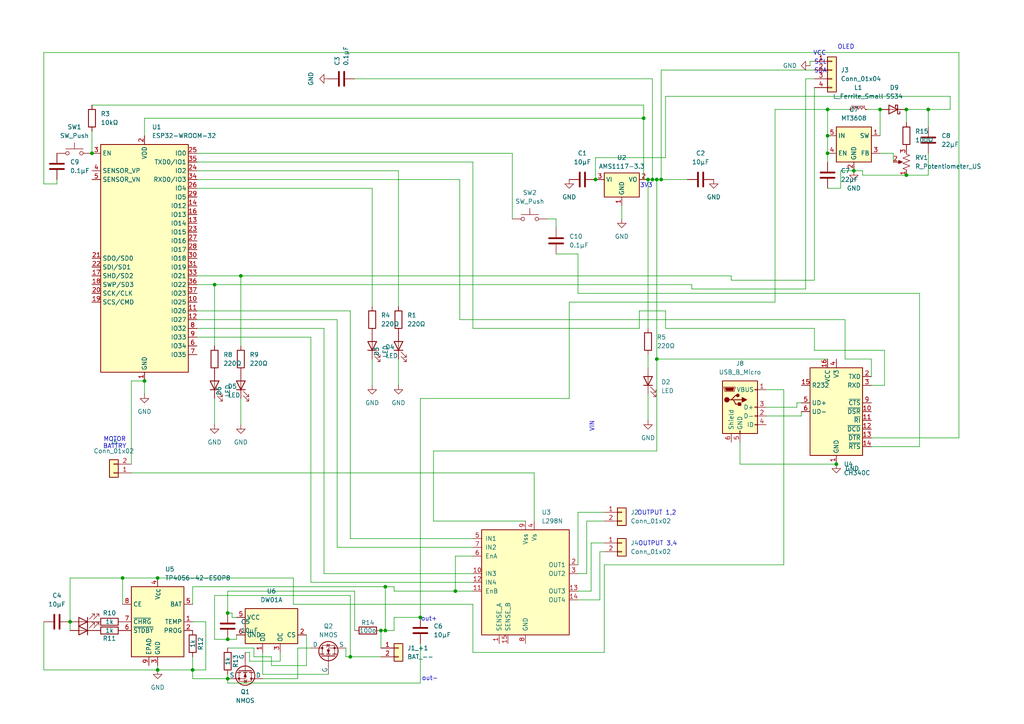
<source format=kicad_sch>
(kicad_sch (version 20250114) (generator "eeschema") (generator_version "9.0")
  (paper "A4")
  (lib_symbols
    (symbol "Battery_Management:DW01A"
      (property "Reference" "U" (at -6.604 6.35 0))
      (property "Value" "DW01A" (at 4.318 6.604 0))
      (symbol "DW01A_0_1"
        (pin power_in line (at -10.16 2.54 0) (length 2.54) (name "VCC") (number "5"))
        (pin power_in line (at -10.16 -2.54 0) (length 2.54) (name "GND") (number "6"))
        (pin output line (at -2.54 -7.62 90) (length 2.54) (name "OD") (number "1"))
        (pin output line (at 2.54 -7.62 90) (length 2.54) (name "OC") (number "3"))
        (pin input line (at 10.16 -2.54 180) (length 2.54) (name "CS") (number "2"))
      )
      (symbol "DW01A_1_1"
        (pin no_connect line (at 10.16 2.54 180) (length 2.54) (hide yes) (name "TD") (number "4"))
      )
    )
    (symbol "Battery_Management:TP4056-42-ESOP8"
      (property "Reference" "U" (at -6.604 11.684 0))
      (property "Value" "TP4056-42-ESOP8" (at 10.16 11.684 0))
      (symbol "TP4056-42-ESOP8_1_0"
        (pin input line (at -10.16 5.08 0) (length 2.54) (name "CE") (number "8"))
        (pin open_collector line (at -10.16 0 0) (length 2.54) (name "~{CHRG}") (number "7"))
        (pin open_collector line (at -10.16 -2.54 0) (length 2.54) (name "~{STDBY}") (number "6"))
        (pin passive line (at -2.54 -12.7 90) (length 2.54) (name "EPAD") (number "9"))
        (pin power_in line (at 0 12.7 270) (length 2.54) (name "V_{CC}") (number "4"))
        (pin power_in line (at 0 -12.7 90) (length 2.54) (name "GND") (number "3"))
        (pin power_out line (at 10.16 5.08 180) (length 2.54) (name "BAT") (number "5"))
        (pin input line (at 10.16 0 180) (length 2.54) (name "TEMP") (number "1"))
        (pin passive line (at 10.16 -2.54 180) (length 2.54) (name "PROG") (number "2"))
      )
    )
    (symbol "Connector:USB_B_Micro" (pin_names (offset 1.016))
      (property "Reference" "J" (at -5.08 11.43 0))
      (property "Value" "USB_B_Micro" (at -5.08 8.89 0))
      (symbol "USB_B_Micro_1_1"
        (pin passive line (at -2.54 -10.16 90) (length 2.54) (name "Shield") (number "6"))
        (pin power_out line (at 0 -10.16 90) (length 2.54) (name "GND") (number "5"))
        (pin power_out line (at 7.62 5.08 180) (length 2.54) (name "VBUS") (number "1"))
        (pin bidirectional line (at 7.62 0 180) (length 2.54) (name "D+") (number "3"))
        (pin bidirectional line (at 7.62 -2.54 180) (length 2.54) (name "D-") (number "2"))
        (pin passive line (at 7.62 -5.08 180) (length 2.54) (name "ID") (number "4"))
      )
    )
    (symbol "Connector_Generic:Conn_01x02" (pin_names (offset 1.016) (hide yes))
      (property "Reference" "J" (at 0 2.54 0))
      (property "Value" "Conn_01x02" (at 0 -5.08 0))
      (symbol "Conn_01x02_1_1"
        (pin passive line (at -5.08 0 0) (length 3.81) (name "Pin_1") (number "1"))
        (pin passive line (at -5.08 -2.54 0) (length 3.81) (name "Pin_2") (number "2"))
      )
    )
    (symbol "Connector_Generic:Conn_01x04" (pin_names (offset 1.016) (hide yes))
      (property "Reference" "J" (at 0 5.08 0))
      (property "Value" "Conn_01x04" (at 0 -7.62 0))
      (symbol "Conn_01x04_1_1"
        (pin passive line (at -5.08 2.54 0) (length 3.81) (name "Pin_1") (number "1"))
        (pin passive line (at -5.08 0 0) (length 3.81) (name "Pin_2") (number "2"))
        (pin passive line (at -5.08 -2.54 0) (length 3.81) (name "Pin_3") (number "3"))
        (pin passive line (at -5.08 -5.08 0) (length 3.81) (name "Pin_4") (number "4"))
      )
    )
    (symbol "Device:C" (pin_numbers (hide yes)) (pin_names (offset 0.254))
      (property "Reference" "C" (at 0.635 2.54 0))
      (property "Value" "C" (at 0.635 -2.54 0))
      (symbol "C_1_1"
        (pin passive line (at 0 3.81 270) (length 2.794) (name "~") (number "1"))
        (pin passive line (at 0 -3.81 90) (length 2.794) (name "~") (number "2"))
      )
    )
    (symbol "Device:LED" (pin_numbers (hide yes)) (pin_names (offset 1.016) (hide yes))
      (property "Reference" "D" (at 0 2.54 0))
      (property "Value" "LED" (at 0 -2.54 0))
      (symbol "LED_1_1"
        (pin passive line (at -3.81 0 0) (length 2.54) (name "K") (number "1"))
        (pin passive line (at 3.81 0 180) (length 2.54) (name "A") (number "2"))
      )
    )
    (symbol "Device:L_Ferrite_Small" (pin_numbers (hide yes)) (pin_names (offset 0.254) (hide yes))
      (property "Reference" "L" (at 1.27 1.016 0))
      (property "Value" "L_Ferrite_Small" (at 1.27 -1.27 0))
      (symbol "L_Ferrite_Small_1_1"
        (pin passive line (at 0 2.54 270) (length 0.508) (name "~") (number "1"))
        (pin passive line (at 0 -2.54 90) (length 0.508) (name "~") (number "2"))
      )
    )
    (symbol "Device:R" (pin_numbers (hide yes)) (pin_names (offset 0))
      (property "Reference" "R" (at 2.032 0 90))
      (property "Value" "R" (at 0 0 90))
      (symbol "R_1_1"
        (pin passive line (at 0 3.81 270) (length 1.27) (name "~") (number "1"))
        (pin passive line (at 0 -3.81 90) (length 1.27) (name "~") (number "2"))
      )
    )
    (symbol "Device:R_Potentiometer_US" (pin_names (offset 1.016) (hide yes))
      (property "Reference" "RV" (at -4.445 0 90))
      (property "Value" "R_Potentiometer_US" (at -2.54 0 90))
      (symbol "R_Potentiometer_US_1_1"
        (pin passive line (at 0 3.81 270) (length 1.27) (name "1") (number "1"))
        (pin passive line (at 0 -3.81 90) (length 1.27) (name "3") (number "3"))
        (pin passive line (at 3.81 0 180) (length 1.27) (name "2") (number "2"))
      )
    )
    (symbol "Diode:SS34" (pin_numbers (hide yes)) (pin_names (offset 1.016) (hide yes))
      (property "Reference" "D" (at 0 2.54 0))
      (property "Value" "SS34" (at 0 -2.54 0))
      (symbol "SS34_1_1"
        (pin passive line (at -3.81 0 0) (length 2.54) (name "K") (number "1"))
        (pin passive line (at 3.81 0 180) (length 2.54) (name "A") (number "2"))
      )
    )
    (symbol "Driver_Motor:L298N" (pin_names (offset 1.016))
      (property "Reference" "U" (at -10.16 16.51 0))
      (property "Value" "L298N" (at 12.7 16.51 0))
      (symbol "L298N_1_1"
        (pin input line (at -15.24 12.7 0) (length 2.54) (name "IN1") (number "5"))
        (pin input line (at -15.24 10.16 0) (length 2.54) (name "IN2") (number "7"))
        (pin input line (at -15.24 7.62 0) (length 2.54) (name "EnA") (number "6"))
        (pin input line (at -15.24 2.54 0) (length 2.54) (name "IN3") (number "10"))
        (pin input line (at -15.24 0 0) (length 2.54) (name "IN4") (number "12"))
        (pin input line (at -15.24 -2.54 0) (length 2.54) (name "EnB") (number "11"))
        (pin power_in line (at -7.62 -17.78 90) (length 2.54) (name "SENSE_A") (number "1"))
        (pin power_in line (at -5.08 -17.78 90) (length 2.54) (name "SENSE_B") (number "15"))
        (pin power_in line (at 0 17.78 270) (length 2.54) (name "Vss") (number "9"))
        (pin power_in line (at 0 -17.78 90) (length 2.54) (name "GND") (number "8"))
        (pin power_in line (at 2.54 17.78 270) (length 2.54) (name "Vs") (number "4"))
        (pin output line (at 15.24 5.08 180) (length 2.54) (name "OUT1") (number "2"))
        (pin output line (at 15.24 2.54 180) (length 2.54) (name "OUT2") (number "3"))
        (pin output line (at 15.24 -2.54 180) (length 2.54) (name "OUT3") (number "13"))
        (pin output line (at 15.24 -5.08 180) (length 2.54) (name "OUT4") (number "14"))
      )
    )
    (symbol "Interface_USB:CH340C"
      (property "Reference" "U" (at -5.08 13.97 0))
      (property "Value" "CH340C" (at 1.27 13.97 0))
      (symbol "CH340C_1_1"
        (pin input line (at -10.16 7.62 0) (length 2.54) (name "R232") (number "15"))
        (pin bidirectional line (at -10.16 2.54 0) (length 2.54) (name "UD+") (number "5"))
        (pin bidirectional line (at -10.16 0 0) (length 2.54) (name "UD-") (number "6"))
        (pin no_connect line (at -7.62 -5.08 0) (length 2.54) (hide yes) (name "NC") (number "7"))
        (pin no_connect line (at -7.62 -7.62 0) (length 2.54) (hide yes) (name "NC") (number "8"))
        (pin power_in line (at -2.54 15.24 270) (length 2.54) (name "VCC") (number "16"))
        (pin power_out line (at 0 15.24 270) (length 2.54) (name "V3") (number "4"))
        (pin power_in line (at 0 -15.24 90) (length 2.54) (name "GND") (number "1"))
        (pin output line (at 10.16 10.16 180) (length 2.54) (name "TXD") (number "2"))
        (pin input line (at 10.16 7.62 180) (length 2.54) (name "RXD") (number "3"))
        (pin input line (at 10.16 2.54 180) (length 2.54) (name "~{CTS}") (number "9"))
        (pin input line (at 10.16 0 180) (length 2.54) (name "~{DSR}") (number "10"))
        (pin input line (at 10.16 -2.54 180) (length 2.54) (name "~{RI}") (number "11"))
        (pin input line (at 10.16 -5.08 180) (length 2.54) (name "~{DCD}") (number "12"))
        (pin output line (at 10.16 -7.62 180) (length 2.54) (name "~{DTR}") (number "13"))
        (pin output line (at 10.16 -10.16 180) (length 2.54) (name "~{RTS}") (number "14"))
      )
    )
    (symbol "RF_Module:ESP32-WROOM-32"
      (property "Reference" "U" (at -12.7 34.29 0))
      (property "Value" "ESP32-WROOM-32" (at 1.27 34.29 0))
      (symbol "ESP32-WROOM-32_1_1"
        (pin input line (at -15.24 30.48 0) (length 2.54) (name "EN") (number "3"))
        (pin input line (at -15.24 25.4 0) (length 2.54) (name "SENSOR_VP") (number "4"))
        (pin input line (at -15.24 22.86 0) (length 2.54) (name "SENSOR_VN") (number "5"))
        (pin bidirectional line (at -15.24 0 0) (length 2.54) (name "SDO/SD0") (number "21"))
        (pin bidirectional line (at -15.24 -2.54 0) (length 2.54) (name "SDI/SD1") (number "22"))
        (pin bidirectional line (at -15.24 -5.08 0) (length 2.54) (name "SHD/SD2") (number "17"))
        (pin bidirectional line (at -15.24 -7.62 0) (length 2.54) (name "SWP/SD3") (number "18"))
        (pin bidirectional line (at -15.24 -10.16 0) (length 2.54) (name "SCK/CLK") (number "20"))
        (pin bidirectional line (at -15.24 -12.7 0) (length 2.54) (name "SCS/CMD") (number "19"))
        (pin no_connect line (at -12.7 -27.94 0) (length 2.54) (hide yes) (name "NC") (number "32"))
        (pin power_in line (at 0 35.56 270) (length 2.54) (name "VDD") (number "2"))
        (pin power_in line (at 0 -35.56 90) (length 2.54) (name "GND") (number "1"))
        (pin passive line (at 0 -35.56 90) (length 2.54) (hide yes) (name "GND") (number "15"))
        (pin passive line (at 0 -35.56 90) (length 2.54) (hide yes) (name "GND") (number "38"))
        (pin passive line (at 0 -35.56 90) (length 2.54) (hide yes) (name "GND") (number "39"))
        (pin bidirectional line (at 15.24 30.48 180) (length 2.54) (name "IO0") (number "25"))
        (pin bidirectional line (at 15.24 27.94 180) (length 2.54) (name "TXD0/IO1") (number "35"))
        (pin bidirectional line (at 15.24 25.4 180) (length 2.54) (name "IO2") (number "24"))
        (pin bidirectional line (at 15.24 22.86 180) (length 2.54) (name "RXD0/IO3") (number "34"))
        (pin bidirectional line (at 15.24 20.32 180) (length 2.54) (name "IO4") (number "26"))
        (pin bidirectional line (at 15.24 17.78 180) (length 2.54) (name "IO5") (number "29"))
        (pin bidirectional line (at 15.24 15.24 180) (length 2.54) (name "IO12") (number "14"))
        (pin bidirectional line (at 15.24 12.7 180) (length 2.54) (name "IO13") (number "16"))
        (pin bidirectional line (at 15.24 10.16 180) (length 2.54) (name "IO14") (number "13"))
        (pin bidirectional line (at 15.24 7.62 180) (length 2.54) (name "IO15") (number "23"))
        (pin bidirectional line (at 15.24 5.08 180) (length 2.54) (name "IO16") (number "27"))
        (pin bidirectional line (at 15.24 2.54 180) (length 2.54) (name "IO17") (number "28"))
        (pin bidirectional line (at 15.24 0 180) (length 2.54) (name "IO18") (number "30"))
        (pin bidirectional line (at 15.24 -2.54 180) (length 2.54) (name "IO19") (number "31"))
        (pin bidirectional line (at 15.24 -5.08 180) (length 2.54) (name "IO21") (number "33"))
        (pin bidirectional line (at 15.24 -7.62 180) (length 2.54) (name "IO22") (number "36"))
        (pin bidirectional line (at 15.24 -10.16 180) (length 2.54) (name "IO23") (number "37"))
        (pin bidirectional line (at 15.24 -12.7 180) (length 2.54) (name "IO25") (number "10"))
        (pin bidirectional line (at 15.24 -15.24 180) (length 2.54) (name "IO26") (number "11"))
        (pin bidirectional line (at 15.24 -17.78 180) (length 2.54) (name "IO27") (number "12"))
        (pin bidirectional line (at 15.24 -20.32 180) (length 2.54) (name "IO32") (number "8"))
        (pin bidirectional line (at 15.24 -22.86 180) (length 2.54) (name "IO33") (number "9"))
        (pin input line (at 15.24 -25.4 180) (length 2.54) (name "IO34") (number "6"))
        (pin input line (at 15.24 -27.94 180) (length 2.54) (name "IO35") (number "7"))
      )
    )
    (symbol "Regulator_Linear:AMS1117-3.3"
      (property "Reference" "U" (at -3.81 3.175 0))
      (property "Value" "AMS1117-3.3" (at 0 3.175 0))
      (symbol "AMS1117-3.3_1_1"
        (pin power_in line (at -7.62 0 0) (length 2.54) (name "VI") (number "3"))
        (pin power_in line (at 0 -7.62 90) (length 2.54) (name "GND") (number "1"))
        (pin power_out line (at 7.62 0 180) (length 2.54) (name "VO") (number "2"))
      )
    )
    (symbol "Regulator_Switching:MT3608"
      (property "Reference" "U" (at -2.54 8.89 0))
      (property "Value" "MT3608" (at -3.81 6.35 0))
      (symbol "MT3608_1_1"
        (pin power_in line (at -7.62 2.54 0) (length 2.54) (name "IN") (number "5"))
        (pin input line (at -7.62 -2.54 0) (length 2.54) (name "EN") (number "4"))
        (pin power_in line (at 0 -7.62 90) (length 2.54) (name "GND") (number "2"))
        (pin no_connect line (at 5.08 0 180) (length 2.54) (hide yes) (name "NC") (number "6"))
        (pin passive line (at 7.62 2.54 180) (length 2.54) (name "SW") (number "1"))
        (pin input line (at 7.62 -2.54 180) (length 2.54) (name "FB") (number "3"))
      )
    )
    (symbol "Simulation_SPICE:NMOS" (pin_numbers (hide yes)) (pin_names (offset 0))
      (property "Reference" "Q" (at 5.08 1.27 0))
      (property "Value" "NMOS" (at 5.08 -1.27 0))
      (symbol "NMOS_1_1"
        (pin input line (at -5.08 0 0) (length 2.54) (name "G") (number "2"))
        (pin passive line (at 2.54 5.08 270) (length 2.54) (name "D") (number "1"))
        (pin passive line (at 2.54 -5.08 90) (length 2.54) (name "S") (number "3"))
      )
    )
    (symbol "Switch:SW_Push" (pin_numbers (hide yes)) (pin_names (offset 1.016) (hide yes))
      (property "Reference" "SW" (at 1.27 2.54 0))
      (property "Value" "SW_Push" (at 0 -1.524 0))
      (symbol "SW_Push_0_1"
        (pin passive line (at -5.08 0 0) (length 2.54) (name "1") (number "1"))
        (pin passive line (at 5.08 0 180) (length 2.54) (name "2") (number "2"))
      )
    )
    (symbol "power:GND" (power) (pin_numbers (hide yes)) (pin_names (offset 0) (hide yes))
      (property "Value" "GND" (at 0 -3.81 0))
      (symbol "GND_1_1"
        (pin power_in line (at 0 0 270) (length 0) (name "~") (number "1"))
      )
    )
  )
  (text "OUTPUT 3,4\n" (at 190.754 157.734 0) (effects (font (size 1.27 1.27))))
  (text "MOTOR\nBATTRY" (at 33.274 128.524 0) (effects (font (size 1.27 1.27))))
  (text "3V3" (at 187.452 53.848 0) (effects (font (size 1.27 1.27))))
  (text "SDA" (at 237.998 20.574 0) (effects (font (size 1.27 1.27))))
  (text "SCL" (at 237.998 18.034 0) (effects (font (size 1.27 1.27))))
  (text "out+\n" (at 124.46 179.578 0) (effects (font (size 1.27 1.27))))
  (text "OUTPUT 1,2\n" (at 190.5 148.844 0) (effects (font (size 1.27 1.27))))
  (text "OLED" (at 245.364 13.716 0) (effects (font (size 1.27 1.27))))
  (text "out-\n" (at 124.714 196.85 0) (effects (font (size 1.27 1.27))))
  (text "VCC" (at 237.744 15.494 0) (effects (font (size 1.27 1.27))))
  (text "VIN" (at 171.704 123.698 90) (effects (font (size 1.27 1.27))))
  (junction (at 101.6 190.5))
  (junction (at 132.08 171.45))
  (junction (at 247.65 49.53))
  (junction (at 41.91 110.49))
  (junction (at 190.5 104.14))
  (junction (at 269.24 31.75))
  (junction (at 262.89 50.8))
  (junction (at 242.57 134.62))
  (junction (at 26.67 44.45))
  (junction (at 191.77 52.07))
  (junction (at 121.92 179.07))
  (junction (at 45.72 167.64))
  (junction (at 186.69 34.29))
  (junction (at 62.23 82.55))
  (junction (at 35.56 167.64))
  (junction (at 240.03 44.45))
  (junction (at 240.03 31.75))
  (junction (at 110.49 182.88))
  (junction (at 69.85 80.01))
  (junction (at 190.5 52.07))
  (junction (at 66.04 196.85))
  (junction (at 172.72 52.07))
  (junction (at 55.88 194.31))
  (junction (at 187.96 52.07))
  (junction (at 111.76 170.18))
  (junction (at 111.76 182.88))
  (junction (at 66.04 185.42))
  (junction (at 20.32 180.34))
  (junction (at 66.04 177.8))
  (junction (at 189.23 52.07))
  (junction (at 45.72 194.31))
  (junction (at 255.27 31.75))
  (junction (at 240.03 39.37))
  (junction (at 262.89 31.75))
  (wire (pts (xy 233.68 83.82) (xy 200.66 83.82)))
  (wire (pts (xy 161.29 63.5) (xy 161.29 66.04)))
  (wire (pts (xy 55.88 175.26) (xy 55.88 170.18)))
  (wire (pts (xy 121.92 179.07) (xy 114.3 179.07)))
  (wire (pts (xy 167.64 173.99) (xy 173.99 173.99)))
  (wire (pts (xy 55.88 194.31) (xy 55.88 196.85)))
  (wire (pts (xy 189.23 22.86) (xy 189.23 52.07)))
  (wire (pts (xy 101.6 190.5) (xy 101.6 172.72)))
  (wire (pts (xy 69.85 115.57) (xy 69.85 123.19)))
  (wire (pts (xy 269.24 31.75) (xy 269.24 36.83)))
  (wire (pts (xy 62.23 82.55) (xy 200.66 82.55)))
  (wire (pts (xy 114.3 179.07) (xy 114.3 182.88)))
  (wire (pts (xy 16.51 53.34) (xy 16.51 52.07)))
  (wire (pts (xy 66.04 198.12) (xy 66.04 196.85)))
  (wire (pts (xy 234.95 17.78) (xy 234.95 19.05)))
  (wire (pts (xy 256.54 111.76) (xy 256.54 101.6)))
  (wire (pts (xy 266.7 85.09) (xy 167.64 85.09)))
  (wire (pts (xy 190.5 52.07) (xy 189.23 52.07)))
  (wire (pts (xy 133.35 92.71) (xy 133.35 52.07)))
  (wire (pts (xy 172.72 45.72) (xy 172.72 52.07)))
  (wire (pts (xy 137.16 156.21) (xy 101.6 156.21)))
  (wire (pts (xy 137.16 168.91) (xy 90.17 168.91)))
  (wire (pts (xy 170.18 166.37) (xy 170.18 151.13)))
  (wire (pts (xy 97.79 92.71) (xy 57.15 92.71)))
  (wire (pts (xy 167.64 163.83) (xy 167.64 148.59)))
  (wire (pts (xy 193.04 27.94) (xy 193.04 45.72)))
  (wire (pts (xy 137.16 161.29) (xy 132.08 161.29)))
  (wire (pts (xy 102.87 182.88) (xy 102.87 171.45)))
  (wire (pts (xy 93.98 166.37) (xy 93.98 95.25)))
  (wire (pts (xy 100.33 190.5) (xy 100.33 187.96)))
  (wire (pts (xy 137.16 95.25) (xy 137.16 46.99)))
  (wire (pts (xy 38.1 110.49) (xy 38.1 134.62)))
  (wire (pts (xy 12.7 194.31) (xy 45.72 194.31)))
  (wire (pts (xy 57.15 49.53) (xy 115.57 49.53)))
  (wire (pts (xy 167.64 148.59) (xy 175.26 148.59)))
  (wire (pts (xy 222.25 113.03) (xy 227.33 113.03)))
  (wire (pts (xy 227.33 113.03) (xy 227.33 163.83)))
  (wire (pts (xy 243.84 54.61) (xy 243.84 49.53)))
  (wire (pts (xy 240.03 39.37) (xy 240.03 44.45)))
  (wire (pts (xy 121.92 186.69) (xy 121.92 198.12)))
  (wire (pts (xy 41.91 34.29) (xy 186.69 34.29)))
  (wire (pts (xy 252.73 109.22) (xy 252.73 104.14)))
  (wire (pts (xy 62.23 115.57) (xy 62.23 123.19)))
  (wire (pts (xy 41.91 110.49) (xy 41.91 114.3)))
  (wire (pts (xy 236.22 25.4) (xy 236.22 81.28)))
  (wire (pts (xy 85.09 175.26) (xy 85.09 167.64)))
  (wire (pts (xy 66.04 185.42) (xy 68.58 185.42)))
  (wire (pts (xy 190.5 104.14) (xy 190.5 130.81)))
  (wire (pts (xy 193.04 45.72) (xy 172.72 45.72)))
  (wire (pts (xy 171.45 171.45) (xy 171.45 157.48)))
  (wire (pts (xy 269.24 31.75) (xy 275.59 31.75)))
  (wire (pts (xy 214.63 134.62) (xy 242.57 134.62)))
  (wire (pts (xy 187.96 114.3) (xy 187.96 121.92)))
  (wire (pts (xy 88.9 193.04) (xy 78.74 193.04)))
  (wire (pts (xy 231.14 118.11) (xy 231.14 116.84)))
  (wire (pts (xy 107.95 54.61) (xy 107.95 88.9)))
  (wire (pts (xy 101.6 156.21) (xy 101.6 90.17)))
  (wire (pts (xy 62.23 185.42) (xy 66.04 185.42)))
  (wire (pts (xy 269.24 50.8) (xy 262.89 50.8)))
  (wire (pts (xy 20.32 167.64) (xy 20.32 180.34)))
  (wire (pts (xy 35.56 175.26) (xy 35.56 167.64)))
  (wire (pts (xy 73.66 187.96) (xy 66.04 187.96)))
  (wire (pts (xy 114.3 182.88) (xy 111.76 182.88)))
  (wire (pts (xy 66.04 195.58) (xy 66.04 196.85)))
  (wire (pts (xy 167.64 171.45) (xy 171.45 171.45)))
  (wire (pts (xy 57.15 46.99) (xy 137.16 46.99)))
  (wire (pts (xy 110.49 182.88) (xy 110.49 187.96)))
  (wire (pts (xy 250.19 49.53) (xy 247.65 49.53)))
  (wire (pts (xy 72.39 189.23) (xy 71.12 189.23)))
  (wire (pts (xy 252.73 104.14) (xy 245.11 104.14)))
  (wire (pts (xy 12.7 53.34) (xy 16.51 53.34)))
  (wire (pts (xy 59.69 180.34) (xy 59.69 194.31)))
  (wire (pts (xy 133.35 92.71) (xy 245.11 92.71)))
  (wire (pts (xy 278.13 127) (xy 278.13 15.24)))
  (wire (pts (xy 200.66 82.55) (xy 200.66 83.82)))
  (wire (pts (xy 269.24 44.45) (xy 269.24 50.8)))
  (wire (pts (xy 240.03 44.45) (xy 240.03 46.99)))
  (wire (pts (xy 68.58 185.42) (xy 68.58 184.15)))
  (wire (pts (xy 222.25 120.65) (xy 232.41 120.65)))
  (wire (pts (xy 125.73 151.13) (xy 125.73 130.81)))
  (wire (pts (xy 81.28 191.77) (xy 72.39 191.77)))
  (wire (pts (xy 102.87 171.45) (xy 66.04 171.45)))
  (wire (pts (xy 62.23 172.72) (xy 62.23 185.42)))
  (wire (pts (xy 262.89 50.8) (xy 250.19 50.8)))
  (wire (pts (xy 193.04 90.17) (xy 193.04 95.25)))
  (wire (pts (xy 187.96 52.07) (xy 187.96 95.25)))
  (wire (pts (xy 26.67 38.1) (xy 26.67 44.45)))
  (wire (pts (xy 234.95 17.78) (xy 236.22 17.78)))
  (wire (pts (xy 86.36 187.96) (xy 90.17 187.96)))
  (wire (pts (xy 45.72 194.31) (xy 55.88 194.31)))
  (wire (pts (xy 173.99 173.99) (xy 173.99 160.02)))
  (wire (pts (xy 41.91 34.29) (xy 41.91 39.37)))
  (wire (pts (xy 233.68 22.86) (xy 233.68 83.82)))
  (wire (pts (xy 101.6 90.17) (xy 57.15 90.17)))
  (wire (pts (xy 66.04 171.45) (xy 66.04 177.8)))
  (wire (pts (xy 132.08 161.29) (xy 132.08 171.45)))
  (wire (pts (xy 67.31 179.07) (xy 67.31 177.8)))
  (wire (pts (xy 57.15 95.25) (xy 93.98 95.25)))
  (wire (pts (xy 137.16 95.25) (xy 185.42 95.25)))
  (wire (pts (xy 167.64 166.37) (xy 170.18 166.37)))
  (wire (pts (xy 57.15 44.45) (xy 148.59 44.45)))
  (wire (pts (xy 191.77 52.07) (xy 199.39 52.07)))
  (wire (pts (xy 66.04 196.85) (xy 55.88 196.85)))
  (wire (pts (xy 137.16 166.37) (xy 93.98 166.37)))
  (wire (pts (xy 243.84 49.53) (xy 247.65 49.53)))
  (wire (pts (xy 227.33 163.83) (xy 175.26 163.83)))
  (wire (pts (xy 137.16 189.23) (xy 137.16 175.26)))
  (wire (pts (xy 232.41 120.65) (xy 232.41 119.38)))
  (wire (pts (xy 114.3 171.45) (xy 114.3 170.18)))
  (wire (pts (xy 90.17 168.91) (xy 90.17 97.79)))
  (wire (pts (xy 187.96 102.87) (xy 187.96 106.68)))
  (wire (pts (xy 125.73 130.81) (xy 190.5 130.81)))
  (wire (pts (xy 88.9 184.15) (xy 88.9 193.04)))
  (wire (pts (xy 76.2 189.23) (xy 76.2 195.58)))
  (wire (pts (xy 245.11 104.14) (xy 245.11 92.71)))
  (wire (pts (xy 97.79 158.75) (xy 137.16 158.75)))
  (wire (pts (xy 175.26 163.83) (xy 175.26 189.23)))
  (wire (pts (xy 165.1 87.63) (xy 165.1 115.57)))
  (wire (pts (xy 191.77 52.07) (xy 190.5 52.07)))
  (wire (pts (xy 185.42 90.17) (xy 193.04 90.17)))
  (wire (pts (xy 59.69 194.31) (xy 55.88 194.31)))
  (wire (pts (xy 125.73 151.13) (xy 152.4 151.13)))
  (wire (pts (xy 111.76 182.88) (xy 110.49 182.88)))
  (wire (pts (xy 76.2 195.58) (xy 95.25 195.58)))
  (wire (pts (xy 255.27 44.45) (xy 259.08 44.45)))
  (wire (pts (xy 275.59 27.94) (xy 193.04 27.94)))
  (wire (pts (xy 73.66 190.5) (xy 73.66 187.96)))
  (wire (pts (xy 132.08 171.45) (xy 114.3 171.45)))
  (wire (pts (xy 121.92 115.57) (xy 121.92 179.07)))
  (wire (pts (xy 55.88 180.34) (xy 59.69 180.34)))
  (wire (pts (xy 35.56 167.64) (xy 20.32 167.64)))
  (wire (pts (xy 175.26 189.23) (xy 137.16 189.23)))
  (wire (pts (xy 62.23 82.55) (xy 62.23 100.33)))
  (wire (pts (xy 148.59 44.45) (xy 148.59 63.5)))
  (wire (pts (xy 275.59 31.75) (xy 275.59 27.94)))
  (wire (pts (xy 85.09 167.64) (xy 45.72 167.64)))
  (wire (pts (xy 20.32 180.34) (xy 20.32 182.88)))
  (wire (pts (xy 68.58 179.07) (xy 67.31 179.07)))
  (wire (pts (xy 81.28 189.23) (xy 81.28 191.77)))
  (wire (pts (xy 62.23 82.55) (xy 57.15 82.55)))
  (wire (pts (xy 161.29 73.66) (xy 167.64 73.66)))
  (wire (pts (xy 167.64 85.09) (xy 167.64 73.66)))
  (wire (pts (xy 240.03 31.75) (xy 240.03 39.37)))
  (wire (pts (xy 259.08 44.45) (xy 259.08 46.99)))
  (wire (pts (xy 76.2 196.85) (xy 86.36 196.85)))
  (wire (pts (xy 186.69 30.48) (xy 186.69 34.29)))
  (wire (pts (xy 212.09 80.01) (xy 212.09 81.28)))
  (wire (pts (xy 107.95 104.14) (xy 107.95 111.76)))
  (wire (pts (xy 250.19 50.8) (xy 250.19 49.53)))
  (wire (pts (xy 171.45 157.48) (xy 175.26 157.48)))
  (wire (pts (xy 252.73 129.54) (xy 266.7 129.54)))
  (wire (pts (xy 190.5 104.14) (xy 240.03 104.14)))
  (wire (pts (xy 101.6 190.5) (xy 100.33 190.5)))
  (wire (pts (xy 121.92 198.12) (xy 66.04 198.12)))
  (wire (pts (xy 240.03 54.61) (xy 243.84 54.61)))
  (wire (pts (xy 90.17 97.79) (xy 57.15 97.79)))
  (wire (pts (xy 158.75 63.5) (xy 161.29 63.5)))
  (wire (pts (xy 189.23 52.07) (xy 187.96 52.07)))
  (wire (pts (xy 57.15 54.61) (xy 107.95 54.61)))
  (wire (pts (xy 262.89 31.75) (xy 269.24 31.75)))
  (wire (pts (xy 251.46 31.75) (xy 255.27 31.75)))
  (wire (pts (xy 256.54 101.6) (xy 236.22 101.6)))
  (wire (pts (xy 111.76 170.18) (xy 111.76 182.88)))
  (wire (pts (xy 110.49 190.5) (xy 101.6 190.5)))
  (wire (pts (xy 69.85 80.01) (xy 69.85 100.33)))
  (wire (pts (xy 114.3 170.18) (xy 111.76 170.18)))
  (wire (pts (xy 78.74 193.04) (xy 78.74 190.5)))
  (wire (pts (xy 72.39 191.77) (xy 72.39 189.23)))
  (wire (pts (xy 186.69 34.29) (xy 186.69 52.07)))
  (wire (pts (xy 246.38 31.75) (xy 240.03 31.75)))
  (wire (pts (xy 266.7 129.54) (xy 266.7 85.09)))
  (wire (pts (xy 38.1 110.49) (xy 41.91 110.49)))
  (wire (pts (xy 101.6 172.72) (xy 62.23 172.72)))
  (wire (pts (xy 180.34 59.69) (xy 180.34 63.5)))
  (wire (pts (xy 214.63 128.27) (xy 214.63 134.62)))
  (wire (pts (xy 236.22 20.32) (xy 191.77 20.32)))
  (wire (pts (xy 69.85 80.01) (xy 212.09 80.01)))
  (wire (pts (xy 55.88 190.5) (xy 55.88 194.31)))
  (wire (pts (xy 224.79 87.63) (xy 165.1 87.63)))
  (wire (pts (xy 278.13 15.24) (xy 12.7 15.24)))
  (wire (pts (xy 57.15 52.07) (xy 133.35 52.07)))
  (wire (pts (xy 255.27 39.37) (xy 255.27 31.75)))
  (wire (pts (xy 189.23 22.86) (xy 102.87 22.86)))
  (wire (pts (xy 67.31 177.8) (xy 66.04 177.8)))
  (wire (pts (xy 132.08 171.45) (xy 137.16 171.45)))
  (wire (pts (xy 45.72 194.31) (xy 45.72 193.04)))
  (wire (pts (xy 231.14 116.84) (xy 232.41 116.84)))
  (wire (pts (xy 236.22 101.6) (xy 236.22 95.25)))
  (wire (pts (xy 55.88 170.18) (xy 111.76 170.18)))
  (wire (pts (xy 252.73 127) (xy 278.13 127)))
  (wire (pts (xy 173.99 160.02) (xy 175.26 160.02)))
  (wire (pts (xy 115.57 104.14) (xy 115.57 111.76)))
  (wire (pts (xy 252.73 111.76) (xy 256.54 111.76)))
  (wire (pts (xy 190.5 52.07) (xy 190.5 104.14)))
  (wire (pts (xy 236.22 22.86) (xy 233.68 22.86)))
  (wire (pts (xy 191.77 20.32) (xy 191.77 52.07)))
  (wire (pts (xy 165.1 115.57) (xy 121.92 115.57)))
  (wire (pts (xy 262.89 31.75) (xy 262.89 35.56)))
  (wire (pts (xy 26.67 30.48) (xy 186.69 30.48)))
  (wire (pts (xy 78.74 190.5) (xy 73.66 190.5)))
  (wire (pts (xy 193.04 95.25) (xy 236.22 95.25)))
  (wire (pts (xy 240.03 31.75) (xy 224.79 31.75)))
  (wire (pts (xy 38.1 137.16) (xy 154.94 137.16)))
  (wire (pts (xy 85.09 175.26) (xy 137.16 175.26)))
  (wire (pts (xy 170.18 151.13) (xy 175.26 151.13)))
  (wire (pts (xy 154.94 151.13) (xy 154.94 137.16)))
  (wire (pts (xy 97.79 158.75) (xy 97.79 92.71)))
  (wire (pts (xy 12.7 15.24) (xy 12.7 53.34)))
  (wire (pts (xy 222.25 118.11) (xy 231.14 118.11)))
  (wire (pts (xy 86.36 196.85) (xy 86.36 187.96)))
  (wire (pts (xy 236.22 81.28) (xy 212.09 81.28)))
  (wire (pts (xy 224.79 31.75) (xy 224.79 87.63)))
  (wire (pts (xy 12.7 180.34) (xy 12.7 194.31)))
  (wire (pts (xy 115.57 49.53) (xy 115.57 88.9)))
  (wire (pts (xy 185.42 95.25) (xy 185.42 90.17)))
  (wire (pts (xy 69.85 80.01) (xy 57.15 80.01)))
  (wire (pts (xy 35.56 167.64) (xy 45.72 167.64)))
  (symbol (lib_id "Simulation_SPICE:NMOS") (at 71.12 194.31 270) (unit 1)
    (property "Reference" "Q1" (at 71.12 200.66 90))
    (property "Value" "NMOS" (at 71.12 203.2 90))
    (property "Footprint" "Package_TO_SOT_SMD:SOT-23" (effects (hide yes)))
    (property "Datasheet" "https://ngspice.sourceforge.io/docs/ngspice-html-manual/manual.xhtml#cha_MOSFETs" (effects (hide yes)))
    (property "Description" "N-MOSFET transistor, drain/source/gate" (effects (hide yes)))
    (property "Sim.Device" "NMOS" (effects (hide yes)))
    (property "Sim.Type" "VDMOS" (effects (hide yes)))
    (property "Sim.Pins" "1=D 2=G 3=S" (effects (hide yes)))
  )
  (symbol (lib_id "Device:LED") (at 107.95 100.33 90) (unit 1)
    (property "Reference" "D4" (at 111.76 100.6474 90) (effects (justify right)))
    (property "Value" "LED" (at 111.76 103.1874 90) (effects (justify right)))
    (property "Footprint" "LED_SMD:LED_0603_1608Metric" (effects (hide yes)))
    (property "Description" "Light emitting diode" (effects (hide yes)))
    (property "Sim.Pins" "1=K 2=A" (effects (hide yes)))
  )
  (symbol (lib_id "Battery_Management:TP4056-42-ESOP8") (at 45.72 180.34 0) (unit 1)
    (property "Reference" "U5" (at 47.8633 165.1 0) (effects (justify left)))
    (property "Value" "TP4056-42-ESOP8" (at 47.8633 167.64 0) (effects (justify left)))
    (property "Footprint" "Package_SO:SOIC-8-1EP_3.9x4.9mm_P1.27mm_EP2.41x3.3mm_ThermalVias" (effects (hide yes)))
    (property "Datasheet" "https://www.lcsc.com/datasheet/lcsc_datasheet_2410121619_TOPPOWER-Nanjing-Extension-Microelectronics-TP4056-42-ESOP8_C16581.pdf" (effects (hide yes)))
    (property "Description" "1A Standalone Linear Li-ion/LiPo single-cell battery charger, 4.2V ±1% charge voltage, VCC = 4.0..8.0V, SOIC-8 (SOP-8)" (effects (hide yes)))
  )
  (symbol (lib_id "Device:C") (at 240.03 50.8 180) (unit 1)
    (property "Reference" "C7" (at 243.84 49.5299 0) (effects (justify right)))
    (property "Value" "22µF" (at 243.84 52.0699 0) (effects (justify right)))
    (property "Footprint" "Capacitor_SMD:C_1206_3216Metric" (effects (hide yes)))
    (property "Description" "Unpolarized capacitor" (effects (hide yes)))
  )
  (symbol (lib_id "power:GND") (at 187.96 121.92 0) (unit 1)
    (property "Reference" "#PWR05" (effects (hide yes)))
    (property "Value" "GND" (at 187.96 127 0))
    (property "Description" "Power symbol creates a global label with name \"GND\" , ground" (effects (hide yes)))
  )
  (symbol (lib_id "Device:R") (at 66.04 191.77 180) (unit 1)
    (property "Reference" "R13" (at 68.326 191.77 90))
    (property "Value" "1k" (at 66.04 191.77 90))
    (property "Footprint" "Resistor_SMD:R_0603_1608Metric" (effects (hide yes)))
    (property "Description" "Resistor" (effects (hide yes)))
  )
  (symbol (lib_id "Device:R") (at 31.75 180.34 90) (unit 1)
    (property "Reference" "R10" (at 31.75 177.8 90))
    (property "Value" "1k" (at 31.75 180.34 90))
    (property "Footprint" "Resistor_SMD:R_0603_1608Metric" (effects (hide yes)))
    (property "Description" "Resistor" (effects (hide yes)))
  )
  (symbol (lib_id "Device:R") (at 187.96 99.06 0) (unit 1)
    (property "Reference" "R5" (at 190.5 97.7899 0) (effects (justify left)))
    (property "Value" "220Ω" (at 190.5 100.3299 0) (effects (justify left)))
    (property "Footprint" "Resistor_SMD:R_0603_1608Metric" (effects (hide yes)))
    (property "Description" "Resistor" (effects (hide yes)))
  )
  (symbol (lib_id "Device:C") (at 66.04 181.61 180) (unit 1)
    (property "Reference" "C5" (at 69.85 180.3399 0) (effects (justify right)))
    (property "Value" "10µF" (at 69.85 182.8799 0) (effects (justify right)))
    (property "Footprint" "Capacitor_SMD:C_1206_3216Metric" (effects (hide yes)))
    (property "Description" "Unpolarized capacitor" (effects (hide yes)))
  )
  (symbol (lib_id "power:GND") (at 62.23 123.19 0) (unit 1)
    (property "Reference" "#PWR012" (effects (hide yes)))
    (property "Value" "GND" (at 62.23 128.27 0))
    (property "Description" "Power symbol creates a global label with name \"GND\" , ground" (effects (hide yes)))
  )
  (symbol (lib_id "Device:R") (at 69.85 104.14 0) (unit 1)
    (property "Reference" "R9" (at 72.39 102.8699 0) (effects (justify left)))
    (property "Value" "220Ω" (at 72.39 105.4099 0) (effects (justify left)))
    (property "Footprint" "Resistor_SMD:R_0603_1608Metric" (effects (hide yes)))
    (property "Description" "Resistor" (effects (hide yes)))
  )
  (symbol (lib_id "Simulation_SPICE:NMOS") (at 95.25 190.5 90) (unit 1)
    (property "Reference" "Q2" (at 95.25 181.61 90))
    (property "Value" "NMOS" (at 95.25 184.15 90))
    (property "Footprint" "Package_TO_SOT_SMD:SOT-23" (effects (hide yes)))
    (property "Datasheet" "https://ngspice.sourceforge.io/docs/ngspice-html-manual/manual.xhtml#cha_MOSFETs" (effects (hide yes)))
    (property "Description" "N-MOSFET transistor, drain/source/gate" (effects (hide yes)))
    (property "Sim.Device" "NMOS" (effects (hide yes)))
    (property "Sim.Type" "VDMOS" (effects (hide yes)))
    (property "Sim.Pins" "1=D 2=G 3=S" (effects (hide yes)))
  )
  (symbol (lib_id "power:GND") (at 207.01 52.07 0) (unit 1)
    (property "Reference" "#PWR03" (effects (hide yes)))
    (property "Value" "GND" (at 207.01 57.15 0))
    (property "Description" "Power symbol creates a global label with name \"GND\" , ground" (effects (hide yes)))
  )
  (symbol (lib_id "power:GND") (at 115.57 111.76 0) (unit 1)
    (property "Reference" "#PWR014" (effects (hide yes)))
    (property "Value" "GND" (at 115.57 116.84 0))
    (property "Description" "Power symbol creates a global label with name \"GND\" , ground" (effects (hide yes)))
  )
  (symbol (lib_id "Device:L_Ferrite_Small") (at 248.92 31.75 90) (unit 1)
    (property "Reference" "L1" (at 248.92 25.4 90))
    (property "Value" "L_Ferrite_Small" (at 248.92 27.94 90))
    (property "Footprint" "Inductor_SMD:L_1210_3225Metric" (effects (hide yes)))
    (property "Description" "Inductor with ferrite core, small symbol" (effects (hide yes)))
  )
  (symbol (lib_id "Switch:SW_Push") (at 153.67 63.5 0) (unit 1)
    (property "Reference" "SW2" (at 153.67 55.88 0))
    (property "Value" "SW_Push" (at 153.67 58.42 0))
    (property "Footprint" "Button_Switch_SMD:SW_SPST_EVQP7C" (effects (hide yes)))
    (property "Description" "Push button switch, generic, two pins" (effects (hide yes)))
  )
  (symbol (lib_id "Device:R") (at 115.57 92.71 0) (unit 1)
    (property "Reference" "R1" (at 118.11 91.4399 0) (effects (justify left)))
    (property "Value" "220Ω" (at 118.11 93.9799 0) (effects (justify left)))
    (property "Footprint" "Resistor_SMD:R_0603_1608Metric" (effects (hide yes)))
    (property "Description" "Resistor" (effects (hide yes)))
  )
  (symbol (lib_id "power:GND") (at 165.1 52.07 0) (unit 1)
    (property "Reference" "#PWR02" (effects (hide yes)))
    (property "Value" "GND" (at 165.1 57.15 0))
    (property "Description" "Power symbol creates a global label with name \"GND\" , ground" (effects (hide yes)))
  )
  (symbol (lib_id "Device:LED") (at 69.85 111.76 90) (unit 1)
    (property "Reference" "D6" (at 63.5 113.3475 0))
    (property "Value" "LED" (at 66.04 113.3475 0))
    (property "Footprint" "LED_SMD:LED_0603_1608Metric" (effects (hide yes)))
    (property "Description" "Light emitting diode" (effects (hide yes)))
    (property "Sim.Pins" "1=K 2=A" (effects (hide yes)))
  )
  (symbol (lib_id "Device:C") (at 168.91 52.07 90) (unit 1)
    (property "Reference" "C1" (at 168.91 44.45 90))
    (property "Value" "10µF" (at 168.91 46.99 90))
    (property "Footprint" "Capacitor_SMD:C_1206_3216Metric" (effects (hide yes)))
    (property "Description" "Unpolarized capacitor" (effects (hide yes)))
  )
  (symbol (lib_id "Connector_Generic:Conn_01x02") (at 115.57 187.96 0) (unit 1)
    (property "Reference" "J1_+1" (at 118.11 187.9599 0) (effects (justify left)))
    (property "Value" "BAT_--" (at 118.11 190.4999 0) (effects (justify left)))
    (property "Footprint" "Connector_JST:JST_EH_S2B-EH_1x02_P2.50mm_Horizontal" (effects (hide yes)))
    (property "Description" "Generic connector, single row, 01x02, script generated (kicad-library-utils/schlib/autogen/connector/)" (effects (hide yes)))
  )
  (symbol (lib_id "power:GND") (at 95.25 22.86 270) (unit 1)
    (property "Reference" "#PWR04" (effects (hide yes)))
    (property "Value" "GND" (at 90.17 22.86 0))
    (property "Description" "Power symbol creates a global label with name \"GND\" , ground" (effects (hide yes)))
  )
  (symbol (lib_id "RF_Module:ESP32-WROOM-32") (at 41.91 74.93 0) (unit 1)
    (property "Reference" "U1" (at 44.0533 36.83 0) (effects (justify left)))
    (property "Value" "ESP32-WROOM-32" (at 44.0533 39.37 0) (effects (justify left)))
    (property "Footprint" "RF_Module:ESP32-WROOM-32" (effects (hide yes)))
    (property "Datasheet" "https://www.espressif.com/sites/default/files/documentation/esp32-wroom-32_datasheet_en.pdf" (effects (hide yes)))
    (property "Description" "RF Module, ESP32-D0WDQ6 SoC, Wi-Fi 802.11b/g/n, Bluetooth, BLE, 32-bit, 2.7-3.6V, onboard antenna, SMD" (effects (hide yes)))
  )
  (symbol (lib_id "Device:C") (at 161.29 69.85 180) (unit 1)
    (property "Reference" "C10" (at 165.1 68.5799 0) (effects (justify right)))
    (property "Value" "0.1µF" (at 165.1 71.1199 0) (effects (justify right)))
    (property "Footprint" "Capacitor_SMD:C_1206_3216Metric" (effects (hide yes)))
    (property "Description" "Unpolarized capacitor" (effects (hide yes)))
  )
  (symbol (lib_id "Device:R") (at 106.68 182.88 270) (unit 1)
    (property "Reference" "R14" (at 106.68 180.594 90))
    (property "Value" "100o" (at 106.68 182.88 90))
    (property "Footprint" "Resistor_SMD:R_0603_1608Metric" (effects (hide yes)))
    (property "Description" "Resistor" (effects (hide yes)))
  )
  (symbol (lib_id "Device:LED") (at 115.57 100.33 90) (unit 1)
    (property "Reference" "D3" (at 109.22 101.9175 0))
    (property "Value" "LED" (at 111.76 101.9175 0))
    (property "Footprint" "LED_SMD:LED_0603_1608Metric" (effects (hide yes)))
    (property "Description" "Light emitting diode" (effects (hide yes)))
    (property "Sim.Pins" "1=K 2=A" (effects (hide yes)))
  )
  (symbol (lib_id "power:GND") (at 41.91 114.3 0) (unit 1)
    (property "Reference" "#PWR06" (effects (hide yes)))
    (property "Value" "GND" (at 41.91 119.38 0))
    (property "Description" "Power symbol creates a global label with name \"GND\" , ground" (effects (hide yes)))
  )
  (symbol (lib_id "Device:R_Potentiometer_US") (at 262.89 46.99 180) (unit 1)
    (property "Reference" "RV1" (at 265.43 45.7199 0) (effects (justify right)))
    (property "Value" "R_Potentiometer_US" (at 265.43 48.2599 0) (effects (justify right)))
    (property "Footprint" "Potentiometer_THT:Potentiometer_Bourns_3296Y_Vertical" (effects (hide yes)))
    (property "Description" "Potentiometer, US symbol" (effects (hide yes)))
  )
  (symbol (lib_id "Device:R") (at 62.23 104.14 0) (unit 1)
    (property "Reference" "R8" (at 64.77 102.8699 0) (effects (justify left)))
    (property "Value" "220Ω" (at 64.77 105.4099 0) (effects (justify left)))
    (property "Footprint" "Resistor_SMD:R_0603_1608Metric" (effects (hide yes)))
    (property "Description" "Resistor" (effects (hide yes)))
  )
  (symbol (lib_id "Device:C") (at 16.51 180.34 90) (unit 1)
    (property "Reference" "C4" (at 16.51 172.72 90))
    (property "Value" "10µF" (at 16.51 175.26 90))
    (property "Footprint" "Capacitor_SMD:C_1206_3216Metric" (effects (hide yes)))
    (property "Description" "Unpolarized capacitor" (effects (hide yes)))
  )
  (symbol (lib_id "power:GND") (at 45.72 194.31 0) (unit 1)
    (property "Reference" "#PWR013" (effects (hide yes)))
    (property "Value" "GND" (at 45.72 199.39 0))
    (property "Description" "Power symbol creates a global label with name \"GND\" , ground" (effects (hide yes)))
  )
  (symbol (lib_id "Device:LED") (at 24.13 182.88 180) (unit 1)
    (property "Reference" "D8" (effects (hide yes)))
    (property "Value" "LED" (effects (hide yes)))
    (property "Footprint" "LED_SMD:LED_0603_1608Metric" (effects (hide yes)))
    (property "Description" "Light emitting diode" (effects (hide yes)))
    (property "Sim.Pins" "1=K 2=A" (effects (hide yes)))
  )
  (symbol (lib_id "Device:R") (at 26.67 34.29 180) (unit 1)
    (property "Reference" "R3" (at 29.21 33.0199 0) (effects (justify right)))
    (property "Value" "10kΩ" (at 29.21 35.5599 0) (effects (justify right)))
    (property "Footprint" "Resistor_SMD:R_0603_1608Metric" (effects (hide yes)))
    (property "Description" "Resistor" (effects (hide yes)))
  )
  (symbol (lib_id "Device:LED") (at 62.23 111.76 90) (unit 1)
    (property "Reference" "D5" (at 66.04 112.0774 90) (effects (justify right)))
    (property "Value" "LED" (at 66.04 114.6174 90) (effects (justify right)))
    (property "Footprint" "LED_SMD:LED_0603_1608Metric" (effects (hide yes)))
    (property "Description" "Light emitting diode" (effects (hide yes)))
    (property "Sim.Pins" "1=K 2=A" (effects (hide yes)))
  )
  (symbol (lib_id "Device:C") (at 269.24 40.64 180) (unit 1)
    (property "Reference" "C8" (at 273.05 39.3699 0) (effects (justify right)))
    (property "Value" "22µF" (at 273.05 41.9099 0) (effects (justify right)))
    (property "Footprint" "Capacitor_SMD:C_1206_3216Metric" (effects (hide yes)))
    (property "Description" "Unpolarized capacitor" (effects (hide yes)))
  )
  (symbol (lib_id "Connector:USB_B_Micro") (at 214.63 118.11 0) (unit 1)
    (property "Reference" "J8" (at 214.63 105.41 0))
    (property "Value" "USB_B_Micro" (at 214.63 107.95 0))
    (property "Footprint" "Connector_USB:USB_Micro-B_Amphenol_10103594-0001LF_Horizontal" (effects (hide yes)))
    (property "Description" "USB Micro Type B connector" (effects (hide yes)))
  )
  (symbol (lib_id "Connector_Generic:Conn_01x02") (at 180.34 157.48 0) (unit 1)
    (property "Reference" "J4" (at 182.88 157.4799 0) (effects (justify left)))
    (property "Value" "Conn_01x02" (at 182.88 160.0199 0) (effects (justify left)))
    (property "Footprint" "Connector_JST:JST_EH_S2B-EH_1x02_P2.50mm_Horizontal" (effects (hide yes)))
    (property "Description" "Generic connector, single row, 01x02, script generated (kicad-library-utils/schlib/autogen/connector/)" (effects (hide yes)))
  )
  (symbol (lib_id "Connector_Generic:Conn_01x02") (at 33.02 137.16 180) (unit 1)
    (property "Reference" "J5" (at 33.02 128.27 0))
    (property "Value" "Conn_01x02" (at 33.02 130.81 0))
    (property "Footprint" "Connector_JST:JST_EH_S2B-EH_1x02_P2.50mm_Horizontal" (effects (hide yes)))
    (property "Description" "Generic connector, single row, 01x02, script generated (kicad-library-utils/schlib/autogen/connector/)" (effects (hide yes)))
  )
  (symbol (lib_id "Connector_Generic:Conn_01x04") (at 241.3 20.32 0) (unit 1)
    (property "Reference" "J3" (at 243.84 20.3199 0) (effects (justify left)))
    (property "Value" "Conn_01x04" (at 243.84 22.8599 0) (effects (justify left)))
    (property "Footprint" "Connector_JST:JST_EH_S4B-EH_1x04_P2.50mm_Horizontal" (effects (hide yes)))
    (property "Description" "Generic connector, single row, 01x04, script generated (kicad-library-utils/schlib/autogen/connector/)" (effects (hide yes)))
  )
  (symbol (lib_id "Device:C") (at 16.51 48.26 180) (unit 1)
    (property "Reference" "C9" (at 20.32 46.9899 0) (effects (justify right)))
    (property "Value" "0.1µF" (at 20.32 49.5299 0) (effects (justify right)))
    (property "Footprint" "Capacitor_SMD:C_1206_3216Metric" (effects (hide yes)))
    (property "Description" "Unpolarized capacitor" (effects (hide yes)))
  )
  (symbol (lib_id "power:GND") (at 247.65 49.53 0) (unit 1)
    (property "Reference" "#PWR01" (effects (hide yes)))
    (property "Value" "GND" (at 247.65 54.61 0))
    (property "Description" "Power symbol creates a global label with name \"GND\" , ground" (effects (hide yes)))
  )
  (symbol (lib_id "Device:C") (at 121.92 182.88 180) (unit 1)
    (property "Reference" "C6" (at 125.73 181.6099 0) (effects (justify right)))
    (property "Value" "10µF" (at 125.73 184.1499 0) (effects (justify right)))
    (property "Footprint" "Capacitor_SMD:C_1206_3216Metric" (effects (hide yes)))
    (property "Description" "Unpolarized capacitor" (effects (hide yes)))
  )
  (symbol (lib_id "power:GND") (at 180.34 63.5 0) (unit 1)
    (property "Reference" "#PWR07" (effects (hide yes)))
    (property "Value" "GND" (at 180.34 68.58 0))
    (property "Description" "Power symbol creates a global label with name \"GND\" , ground" (effects (hide yes)))
  )
  (symbol (lib_id "Device:R") (at 31.75 182.88 90) (unit 1)
    (property "Reference" "R11" (at 31.75 185.166 90))
    (property "Value" "1k" (at 31.75 182.88 90))
    (property "Footprint" "Resistor_SMD:R_0603_1608Metric" (effects (hide yes)))
    (property "Description" "Resistor" (effects (hide yes)))
  )
  (symbol (lib_id "Connector_Generic:Conn_01x02") (at 180.34 148.59 0) (unit 1)
    (property "Reference" "J2" (at 182.88 148.5899 0) (effects (justify left)))
    (property "Value" "Conn_01x02" (at 182.88 151.1299 0) (effects (justify left)))
    (property "Footprint" "Connector_JST:JST_EH_S2B-EH_1x02_P2.50mm_Horizontal" (effects (hide yes)))
    (property "Description" "Generic connector, single row, 01x02, script generated (kicad-library-utils/schlib/autogen/connector/)" (effects (hide yes)))
  )
  (symbol (lib_id "Diode:SS34") (at 259.08 31.75 180) (unit 1)
    (property "Reference" "D9" (at 259.3975 25.4 0))
    (property "Value" "SS34" (at 259.3975 27.94 0))
    (property "Footprint" "Diode_SMD:D_SMA" (effects (hide yes)))
    (property "Datasheet" "https://www.vishay.com/docs/88751/ss32.pdf" (effects (hide yes)))
    (property "Description" "40V 3A Schottky Diode, SMA" (effects (hide yes)))
  )
  (symbol (lib_id "power:GND") (at 234.95 19.05 270) (unit 1)
    (property "Reference" "#PWR010" (effects (hide yes)))
    (property "Value" "GND" (at 231.14 19.0499 90) (effects (justify right)))
    (property "Description" "Power symbol creates a global label with name \"GND\" , ground" (effects (hide yes)))
  )
  (symbol (lib_id "power:GND") (at 107.95 111.76 0) (unit 1)
    (property "Reference" "#PWR015" (effects (hide yes)))
    (property "Value" "GND" (at 107.95 116.84 0))
    (property "Description" "Power symbol creates a global label with name \"GND\" , ground" (effects (hide yes)))
  )
  (symbol (lib_id "Device:LED") (at 24.13 180.34 180) (unit 1)
    (property "Reference" "D7" (effects (hide yes)))
    (property "Value" "LED" (effects (hide yes)))
    (property "Footprint" "LED_SMD:LED_0603_1608Metric" (effects (hide yes)))
    (property "Description" "Light emitting diode" (effects (hide yes)))
    (property "Sim.Pins" "1=K 2=A" (effects (hide yes)))
  )
  (symbol (lib_id "Regulator_Linear:AMS1117-3.3") (at 180.34 52.07 0) (unit 1)
    (property "Reference" "U2" (at 180.34 45.72 0))
    (property "Value" "AMS1117-3.3" (at 180.34 48.26 0))
    (property "Footprint" "Package_TO_SOT_SMD:SOT-223" (effects (hide yes)))
    (property "Datasheet" "http://www.advanced-monolithic.com/pdf/ds1117.pdf" (effects (hide yes)))
    (property "Description" "1A Low Dropout regulator, positive, 3.3V fixed output, SOT-223" (effects (hide yes)))
  )
  (symbol (lib_id "power:GND") (at 242.57 134.62 0) (unit 1)
    (property "Reference" "#PWR011" (effects (hide yes)))
    (property "Value" "GND" (at 245.11 135.8899 0) (effects (justify left)))
    (property "Description" "Power symbol creates a global label with name \"GND\" , ground" (effects (hide yes)))
  )
  (symbol (lib_id "Device:R") (at 55.88 186.69 180) (unit 1)
    (property "Reference" "R12" (at 58.166 186.69 90))
    (property "Value" "1k" (at 55.88 186.69 90))
    (property "Footprint" "Resistor_SMD:R_0603_1608Metric" (effects (hide yes)))
    (property "Description" "Resistor" (effects (hide yes)))
  )
  (symbol (lib_id "Device:C") (at 99.06 22.86 90) (unit 1)
    (property "Reference" "C3" (at 97.7899 19.05 0) (effects (justify left)))
    (property "Value" "0.1µF" (at 100.3299 19.05 0) (effects (justify left)))
    (property "Footprint" "Capacitor_SMD:C_1206_3216Metric" (effects (hide yes)))
    (property "Description" "Unpolarized capacitor" (effects (hide yes)))
  )
  (symbol (lib_id "Regulator_Switching:MT3608") (at 247.65 41.91 0) (unit 1)
    (property "Reference" "U7" (at 247.65 31.75 0))
    (property "Value" "MT3608" (at 247.65 34.29 0))
    (property "Footprint" "Package_TO_SOT_SMD:SOT-23-6" (effects (hide yes)))
    (property "Datasheet" "https://www.olimex.com/Products/Breadboarding/BB-PWR-3608/resources/MT3608.pdf" (effects (hide yes)))
    (property "Description" "High Efficiency 1.2MHz 2A Step Up Converter, 2-24V Vin, 28V Vout, 4A current limit, 1.2MHz, SOT23-6" (effects (hide yes)))
  )
  (symbol (lib_id "Device:C") (at 203.2 52.07 90) (unit 1)
    (property "Reference" "C2" (at 203.2 44.45 90))
    (property "Value" "10µF" (at 203.2 46.99 90))
    (property "Footprint" "Capacitor_SMD:C_1206_3216Metric" (effects (hide yes)))
    (property "Description" "Unpolarized capacitor" (effects (hide yes)))
  )
  (symbol (lib_id "Device:R") (at 107.95 92.71 0) (unit 1)
    (property "Reference" "R4" (at 110.49 91.4399 0) (effects (justify left)))
    (property "Value" "220Ω" (at 110.49 93.9799 0) (effects (justify left)))
    (property "Footprint" "Resistor_SMD:R_0603_1608Metric" (effects (hide yes)))
    (property "Description" "Resistor" (effects (hide yes)))
  )
  (symbol (lib_id "Device:LED") (at 187.96 110.49 90) (unit 1)
    (property "Reference" "D2" (at 191.77 110.8074 90) (effects (justify right)))
    (property "Value" "LED" (at 191.77 113.3474 90) (effects (justify right)))
    (property "Footprint" "LED_SMD:LED_0603_1608Metric" (effects (hide yes)))
    (property "Description" "Light emitting diode" (effects (hide yes)))
    (property "Sim.Pins" "1=K 2=A" (effects (hide yes)))
  )
  (symbol (lib_id "Switch:SW_Push") (at 21.59 44.45 0) (unit 1)
    (property "Reference" "SW1" (at 21.59 36.83 0))
    (property "Value" "SW_Push" (at 21.59 39.37 0))
    (property "Footprint" "Button_Switch_SMD:SW_SPST_EVQP7C" (effects (hide yes)))
    (property "Description" "Push button switch, generic, two pins" (effects (hide yes)))
  )
  (symbol (lib_id "Interface_USB:CH340C") (at 242.57 119.38 0) (unit 1)
    (property "Reference" "U4" (at 244.7133 134.62 0) (effects (justify left)))
    (property "Value" "CH340C" (at 244.7133 137.16 0) (effects (justify left)))
    (property "Footprint" "Package_SO:SOIC-16_3.9x9.9mm_P1.27mm" (effects (hide yes)))
    (property "Datasheet" "https://datasheet.lcsc.com/szlcsc/Jiangsu-Qin-Heng-CH340C_C84681.pdf" (effects (hide yes)))
    (property "Description" "USB serial converter, crystal-less, UART, SOIC-16" (effects (hide yes)))
  )
  (symbol (lib_id "Battery_Management:DW01A") (at 78.74 181.61 0) (unit 1)
    (property "Reference" "U6" (at 78.74 171.45 0))
    (property "Value" "DW01A" (at 78.74 173.99 0))
    (property "Footprint" "Package_TO_SOT_SMD:SOT-23-6" (effects (hide yes)))
    (property "Datasheet" "https://hmsemi.com/downfile/DW01A.PDF" (effects (hide yes)))
    (property "Description" "Overcharge, overcurrent and overdischarge protection IC for single cell lithium-ion/polymer battery" (effects (hide yes)))
  )
  (symbol (lib_id "Device:R") (at 262.89 39.37 0) (unit 1)
    (property "Reference" "R15" (at 265.43 38.0999 0) (effects (justify left)))
    (property "Value" "100Ω" (at 265.43 40.6399 0) (effects (justify left)))
    (property "Footprint" "Resistor_SMD:R_0603_1608Metric" (effects (hide yes)))
    (property "Description" "Resistor" (effects (hide yes)))
  )
  (symbol (lib_id "Driver_Motor:L298N") (at 152.4 168.91 0) (unit 1)
    (property "Reference" "U3" (at 157.0833 148.59 0) (effects (justify left)))
    (property "Value" "L298N" (at 157.0833 151.13 0) (effects (justify left)))
    (property "Footprint" "Package_TO_SOT_THT:TO-220-15_P2.54x5.08mm_StaggerEven_Lead4.58mm_Vertical" (effects (hide yes)))
    (property "Datasheet" "http://www.st.com/st-web-ui/static/active/en/resource/technical/document/datasheet/CD00000240.pdf" (effects (hide yes)))
    (property "Description" "Dual full bridge motor driver, up to 46V, 4A, Multiwatt15-V" (effects (hide yes)))
  )
  (symbol (lib_id "power:GND") (at 69.85 123.19 0) (unit 1)
    (property "Reference" "#PWR016" (effects (hide yes)))
    (property "Value" "GND" (at 69.85 128.27 0))
    (property "Description" "Power symbol creates a global label with name \"GND\" , ground" (effects (hide yes)))
  )
)
</source>
